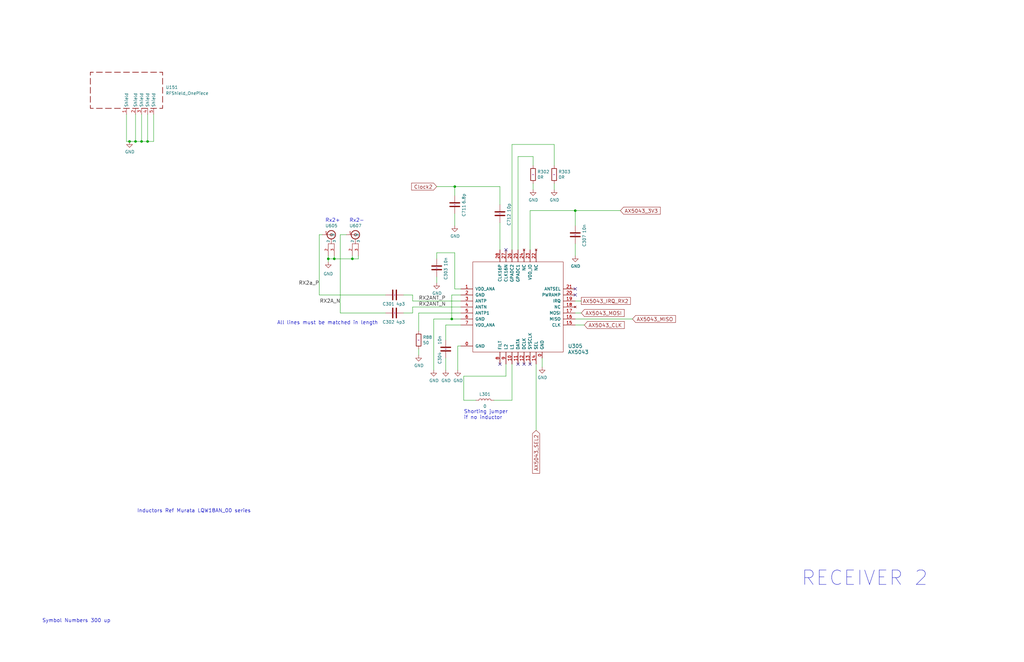
<source format=kicad_sch>
(kicad_sch (version 20230121) (generator eeschema)
  (paper "USLedger")
  (title_block (title "Radiation Tolerant PacSat Communication") (date "2023-06-17") (rev "A") (company "AMSAT-NA") (comment 1 "N5BRG"))
  (lib_symbols
    (symbol "Device:C" (pin_numbers hide) (pin_names (offset 0.254))
      (property "Reference" "C" (at 0.635 2.54 0))
      (property "Value" "C" (at 0.635 -2.54 0))
      (symbol "C_0_1"
        (polyline (pts (xy -2.032 -0.762) (xy 2.032 -0.762)) (stroke (width 0.508)))
        (polyline (pts (xy -2.032 0.762) (xy 2.032 0.762)) (stroke (width 0.508)))
      )
      (symbol "C_1_1"
        (pin passive line (at 0 3.81 270) (length 2.794) (name "~") (number "1"))
        (pin passive line (at 0 -3.81 90) (length 2.794) (name "~") (number "2"))
      )
    )
    (symbol "Device:L" (pin_numbers hide) (pin_names (offset 1.016) hide)
      (property "Reference" "L" (at -1.27 0 90))
      (property "Value" "L" (at 1.905 0 90))
      (symbol "L_0_1"
        (arc (start 0 -2.54) (mid 0.6323 -1.905) (end 0 -1.27))
        (arc (start 0 -1.27) (mid 0.6323 -0.635) (end 0 0))
        (arc (start 0 0) (mid 0.6323 0.635) (end 0 1.27))
        (arc (start 0 1.27) (mid 0.6323 1.905) (end 0 2.54))
      )
      (symbol "L_1_1"
        (pin passive line (at 0 3.81 270) (length 1.27) (name "1") (number "1"))
        (pin passive line (at 0 -3.81 90) (length 1.27) (name "2") (number "2"))
      )
    )
    (symbol "Device:R" (pin_numbers hide) (pin_names (offset 0))
      (property "Reference" "R" (at 2.032 0 90))
      (property "Value" "R" (at 0 0 90))
      (symbol "R_0_1"
        (rectangle (start -1.016 -2.54) (end 1.016 2.54) (stroke (width 0.254)))
      )
      (symbol "R_1_1"
        (pin passive line (at 0 3.81 270) (length 1.27) (name "~") (number "1"))
        (pin passive line (at 0 -3.81 90) (length 1.27) (name "~") (number "2"))
      )
    )
    (symbol "PACSAT_DEV_misc:AX5043" (pin_names (offset 1.016))
      (property "Reference" "U156" (at 16.51 -21.59 0))
      (property "Value" "AX5043" (at -5.08 0 0))
      (symbol "AX5043_0_1"
        (rectangle (start -19.05 19.05) (end 19.05 -19.05))
      )
      (symbol "AX5043_1_1"
        (pin passive line (at -24.13 -16.51 0) (length 5.08) (name "GND") (number "0"))
        (pin power_in line (at 10.16 -21.59 90) (length 2.54) (name "GND") (number "0"))
        (pin passive line (at -24.13 7.62 0) (length 5.08) (name "VDD_ANA") (number "1"))
        (pin passive line (at -2.54 -24.13 90) (length 5.08) (name "L1") (number "10"))
        (pin input line (at 0 -24.13 90) (length 5.08) (name "DATA") (number "11"))
        (pin input line (at 2.54 -24.13 90) (length 5.08) (name "DCLK") (number "12"))
        (pin output line (at 5.08 -24.13 90) (length 5.08) (name "SYSCLK") (number "13"))
        (pin input line (at 7.62 -24.13 90) (length 5.08) (name "SEL") (number "14"))
        (pin input line (at 24.13 -7.62 180) (length 5.08) (name "CLK") (number "15"))
        (pin tri_state line (at 24.13 -5.08 180) (length 5.08) (name "MISO") (number "16"))
        (pin input line (at 24.13 -2.54 180) (length 5.08) (name "MOSI") (number "17"))
        (pin no_connect line (at 24.13 0 180) (length 5.08) (name "NC") (number "18"))
        (pin output line (at 24.13 2.54 180) (length 5.08) (name "IRQ") (number "19"))
        (pin input line (at -24.13 5.08 0) (length 5.08) (name "GND") (number "2"))
        (pin output line (at 24.13 5.08 180) (length 5.08) (name "PWRAMP") (number "20"))
        (pin output line (at 24.13 7.62 180) (length 5.08) (name "ANTSEL") (number "21"))
        (pin no_connect line (at 7.62 24.13 270) (length 5.08) (name "NC") (number "22"))
        (pin passive line (at 5.08 24.13 270) (length 5.08) (name "VDD_IO") (number "23"))
        (pin no_connect line (at 2.54 24.13 270) (length 5.08) (name "NC") (number "24"))
        (pin input line (at 0 24.13 270) (length 5.08) (name "GPADC1") (number "25"))
        (pin input line (at -2.54 24.13 270) (length 5.08) (name "GPADC2") (number "26"))
        (pin passive line (at -5.08 24.13 270) (length 5.08) (name "CLK16N") (number "27"))
        (pin passive line (at -7.62 24.13 270) (length 5.08) (name "CLK16P") (number "28"))
        (pin bidirectional line (at -24.13 2.54 0) (length 5.08) (name "ANTP") (number "3"))
        (pin bidirectional line (at -24.13 0 0) (length 5.08) (name "ANTN") (number "4"))
        (pin output line (at -24.13 -2.54 0) (length 5.08) (name "ANTP1") (number "5"))
        (pin input line (at -24.13 -5.08 0) (length 5.08) (name "GND") (number "6"))
        (pin passive line (at -24.13 -7.62 0) (length 5.08) (name "VDD_ANA") (number "7"))
        (pin passive line (at -7.62 -24.13 90) (length 5.08) (name "FILT") (number "8"))
        (pin passive line (at -5.08 -24.13 90) (length 5.08) (name "L2") (number "9"))
      )
    )
    (symbol "PACSAT_DEV_misc:RF_SHIELD_BOX"
      (property "Reference" "U" (at -15.24 8.89 0))
      (symbol "RF_SHIELD_BOX_0_1"
        (polyline (pts (xy -16.51 -5.08) (xy -16.51 -2.54)) (stroke (width 0.254)))
        (polyline (pts (xy -16.51 -1.27) (xy -16.51 1.27)) (stroke (width 0.254)))
        (polyline (pts (xy -16.51 2.54) (xy -16.51 5.08)) (stroke (width 0.254)))
        (polyline (pts (xy -13.97 7.62) (xy -11.43 7.62)) (stroke (width 0.254)))
        (polyline (pts (xy -11.43 -7.62) (xy -13.97 -7.62)) (stroke (width 0.254)))
        (polyline (pts (xy -7.62 -7.62) (xy -10.16 -7.62)) (stroke (width 0.254)))
        (polyline (pts (xy -7.62 7.62) (xy -10.16 7.62)) (stroke (width 0.254)))
        (polyline (pts (xy -3.81 -7.62) (xy -6.35 -7.62)) (stroke (width 0.254)))
        (polyline (pts (xy -3.81 7.62) (xy -6.35 7.62)) (stroke (width 0.254)))
        (polyline (pts (xy -2.54 -7.62) (xy 0 -7.62)) (stroke (width 0.254)))
        (polyline (pts (xy 0 7.62) (xy -2.54 7.62)) (stroke (width 0.254)))
        (polyline (pts (xy 1.27 -7.62) (xy 3.81 -7.62)) (stroke (width 0.254)))
        (polyline (pts (xy 3.81 7.62) (xy 1.27 7.62)) (stroke (width 0.254)))
        (polyline (pts (xy 5.08 -7.62) (xy 7.62 -7.62)) (stroke (width 0.254)))
        (polyline (pts (xy 7.62 7.62) (xy 5.08 7.62)) (stroke (width 0.254)))
        (polyline (pts (xy 8.89 -7.62) (xy 11.43 -7.62)) (stroke (width 0.254)))
        (polyline (pts (xy 11.43 7.62) (xy 8.89 7.62)) (stroke (width 0.254)))
        (polyline (pts (xy 13.97 -5.08) (xy 13.97 -2.54)) (stroke (width 0.254)))
        (polyline (pts (xy 13.97 -1.27) (xy 13.97 1.27)) (stroke (width 0.254)))
        (polyline (pts (xy 13.97 2.54) (xy 13.97 5.08)) (stroke (width 0.254)))
        (polyline (pts (xy -16.51 6.35) (xy -16.51 7.62) (xy -15.24 7.62)) (stroke (width 0.254)))
        (polyline (pts (xy -15.24 -7.62) (xy -16.51 -7.62) (xy -16.51 -6.35)) (stroke (width 0.254)))
        (polyline (pts (xy 12.7 -7.62) (xy 13.97 -7.62) (xy 13.97 -6.35)) (stroke (width 0.254)))
        (polyline (pts (xy 13.97 6.35) (xy 13.97 7.62) (xy 12.7 7.62)) (stroke (width 0.254)))
      )
      (symbol "RF_SHIELD_BOX_1_1"
        (pin power_in line (at -1.27 -10.16 90) (length 2.54) (name "Shield") (number "1"))
        (pin power_in line (at 2.54 -10.16 90) (length 2.54) (name "Shield") (number "2"))
        (pin power_in line (at 5.08 -10.16 90) (length 2.54) (name "Shield") (number "3"))
        (pin power_in line (at 7.62 -10.16 90) (length 2.54) (name "Shield") (number "4"))
        (pin power_in line (at 10.16 -10.16 90) (length 2.54) (name "Shield") (number "5"))
      )
    )
    (symbol "PACSAT_DEV_misc:U_FL"
      (property "Reference" "U" (at -3.81 2.54 0))
      (symbol "U_FL_0_1"
        (polyline (pts (xy -1.27 -3.81) (xy 1.27 -3.81)))
        (polyline (pts (xy 0 -3.81) (xy 0 -1.778)))
        (circle (center 0 0) (radius 0.508) (stroke (width 0.2032)))
        (circle (center 0 0) (radius 1.778) (stroke (width 0.3048)))
      )
      (symbol "U_FL_1_1"
        (pin bidirectional line (at -3.81 0 0) (length 3.302) (name "In") (number "1"))
        (pin power_in line (at -1.27 -8.89 90) (length 5.08) (name "2") (number "2"))
        (pin power_in line (at 1.27 -8.89 90) (length 5.08) (name "3") (number "3"))
      )
    )
    (symbol "power:GND" (power) (pin_names (offset 0))
      (property "Value" "GND" (at 0 -3.81 0))
      (symbol "GND_0_1"
        (polyline (pts (xy 0 0) (xy 0 -1.27) (xy 1.27 -1.27) (xy 0 -2.54) (xy -1.27 -1.27) (xy 0 -1.27)))
      )
      (symbol "GND_1_1"
        (pin power_in line (at 0 0 270) (length 0) hide (name "GND") (number "1"))
      )
    )
  )
  (junction (at 140.97 109.22))
  (junction (at 57.15 59.69))
  (junction (at 190.5 134.62))
  (junction (at 148.59 109.22))
  (junction (at 138.43 109.22))
  (junction (at 59.69 59.69))
  (junction (at 62.23 59.69))
  (junction (at 191.77 78.74))
  (junction (at 54.61 59.69))
  (junction (at 242.57 88.9))
  (no_connect (at 220.98 153.67))
  (no_connect (at 210.82 153.67))
  (no_connect (at 213.36 105.41))
  (no_connect (at 242.57 121.92))
  (no_connect (at 223.52 153.67))
  (no_connect (at 218.44 153.67))
  (no_connect (at 242.57 124.46))
  (wire (pts (xy 218.44 66.04) (xy 224.79 66.04)))
  (wire (pts (xy 191.77 106.68) (xy 184.15 106.68)))
  (wire (pts (xy 190.5 134.62) (xy 194.31 134.62)))
  (wire (pts (xy 143.51 132.08) (xy 162.56 132.08)))
  (wire (pts (xy 242.57 88.9) (xy 261.62 88.9)))
  (wire (pts (xy 176.53 132.08) (xy 194.31 132.08)))
  (wire (pts (xy 233.68 60.96) (xy 233.68 69.85)))
  (wire (pts (xy 53.34 48.26) (xy 53.34 59.69)))
  (wire (pts (xy 191.77 78.74) (xy 191.77 82.55)))
  (wire (pts (xy 208.28 168.91) (xy 215.9 168.91)))
  (wire (pts (xy 138.43 109.22) (xy 140.97 109.22)))
  (wire (pts (xy 140.97 109.22) (xy 148.59 109.22)))
  (wire (pts (xy 191.77 121.92) (xy 191.77 106.68)))
  (wire (pts (xy 210.82 78.74) (xy 191.77 78.74)))
  (wire (pts (xy 140.97 107.95) (xy 140.97 109.22)))
  (wire (pts (xy 59.69 59.69) (xy 62.23 59.69)))
  (wire (pts (xy 213.36 158.75) (xy 195.58 158.75)))
  (wire (pts (xy 184.15 106.68) (xy 184.15 109.22)))
  (wire (pts (xy 242.57 95.25) (xy 242.57 88.9)))
  (wire (pts (xy 184.15 116.84) (xy 184.15 119.38)))
  (wire (pts (xy 173.99 132.08) (xy 173.99 129.54)))
  (wire (pts (xy 143.51 99.06) (xy 143.51 132.08)))
  (wire (pts (xy 57.15 59.69) (xy 59.69 59.69)))
  (wire (pts (xy 57.15 48.26) (xy 57.15 59.69)))
  (wire (pts (xy 218.44 66.04) (xy 218.44 105.41)))
  (wire (pts (xy 138.43 109.22) (xy 138.43 110.49)))
  (wire (pts (xy 182.88 134.62) (xy 190.5 134.62)))
  (wire (pts (xy 215.9 153.67) (xy 215.9 168.91)))
  (wire (pts (xy 62.23 59.69) (xy 64.77 59.69)))
  (wire (pts (xy 193.04 146.05) (xy 193.04 156.21)))
  (wire (pts (xy 195.58 158.75) (xy 195.58 168.91)))
  (wire (pts (xy 194.31 124.46) (xy 190.5 124.46)))
  (wire (pts (xy 223.52 88.9) (xy 242.57 88.9)))
  (wire (pts (xy 233.68 77.47) (xy 233.68 80.01)))
  (wire (pts (xy 242.57 127) (xy 245.11 127)))
  (wire (pts (xy 135.89 99.06) (xy 134.62 99.06)))
  (wire (pts (xy 242.57 132.08) (xy 245.11 132.08)))
  (wire (pts (xy 226.06 153.67) (xy 226.06 181.61)))
  (wire (pts (xy 224.79 77.47) (xy 224.79 80.01)))
  (wire (pts (xy 173.99 127) (xy 194.31 127)))
  (wire (pts (xy 210.82 78.74) (xy 210.82 86.36)))
  (wire (pts (xy 134.62 99.06) (xy 134.62 124.46)))
  (wire (pts (xy 242.57 102.87) (xy 242.57 107.95)))
  (wire (pts (xy 54.61 59.69) (xy 57.15 59.69)))
  (wire (pts (xy 187.96 137.16) (xy 187.96 143.51)))
  (wire (pts (xy 148.59 107.95) (xy 148.59 109.22)))
  (wire (pts (xy 194.31 146.05) (xy 193.04 146.05)))
  (wire (pts (xy 215.9 60.96) (xy 233.68 60.96)))
  (wire (pts (xy 223.52 105.41) (xy 223.52 88.9)))
  (wire (pts (xy 62.23 48.26) (xy 62.23 59.69)))
  (wire (pts (xy 194.31 121.92) (xy 191.77 121.92)))
  (wire (pts (xy 138.43 107.95) (xy 138.43 109.22)))
  (wire (pts (xy 170.18 132.08) (xy 173.99 132.08)))
  (wire (pts (xy 170.18 124.46) (xy 173.99 124.46)))
  (wire (pts (xy 146.05 99.06) (xy 143.51 99.06)))
  (wire (pts (xy 182.88 156.21) (xy 182.88 134.62)))
  (wire (pts (xy 195.58 168.91) (xy 200.66 168.91)))
  (wire (pts (xy 173.99 124.46) (xy 173.99 127)))
  (wire (pts (xy 148.59 109.22) (xy 151.13 109.22)))
  (wire (pts (xy 134.62 124.46) (xy 162.56 124.46)))
  (wire (pts (xy 242.57 137.16) (xy 246.38 137.16)))
  (wire (pts (xy 242.57 134.62) (xy 266.7 134.62)))
  (wire (pts (xy 151.13 107.95) (xy 151.13 109.22)))
  (wire (pts (xy 228.6 151.13) (xy 228.6 154.94)))
  (wire (pts (xy 59.69 48.26) (xy 59.69 59.69)))
  (wire (pts (xy 215.9 60.96) (xy 215.9 105.41)))
  (wire (pts (xy 210.82 93.98) (xy 210.82 105.41)))
  (wire (pts (xy 176.53 132.08) (xy 176.53 139.7)))
  (wire (pts (xy 64.77 48.26) (xy 64.77 59.69)))
  (wire (pts (xy 173.99 129.54) (xy 194.31 129.54)))
  (wire (pts (xy 194.31 137.16) (xy 187.96 137.16)))
  (wire (pts (xy 53.34 59.69) (xy 54.61 59.69)))
  (wire (pts (xy 187.96 151.13) (xy 187.96 156.21)))
  (wire (pts (xy 190.5 124.46) (xy 190.5 134.62)))
  (wire (pts (xy 191.77 90.17) (xy 191.77 95.25)))
  (wire (pts (xy 184.15 78.74) (xy 191.77 78.74)))
  (wire (pts (xy 213.36 153.67) (xy 213.36 158.75)))
  (wire (pts (xy 224.79 66.04) (xy 224.79 69.85)))
  (wire (pts (xy 176.53 147.32) (xy 176.53 149.86)))
  (text "Inductors Ref Murata LQW18AN_00 series" (at 57.785 216.535 0) (effects (font (size 1.524 1.524)) (justify left bottom)))
  (text "Rx2-" (at 147.32 93.98 0) (effects (font (size 1.524 1.524)) (justify left bottom)))
  (text "All lines must be matched in length" (at 116.84 137.16 0) (effects (font (size 1.524 1.524)) (justify left bottom)))
  (text "Rx2+" (at 137.16 93.98 0) (effects (font (size 1.524 1.524)) (justify left bottom)))
  (text "Symbol Numbers 300 up" (at 17.78 262.89 0) (effects (font (size 1.524 1.524)) (justify left bottom)))
  (text "Shorting jumper\nif no inductor" (at 195.58 177.165 0) (effects (font (size 1.524 1.524)) (justify left bottom)))
  (text "RECEIVER 2" (at 337.82 247.65 0) (effects (font (size 6.096 6.096)) (justify left bottom)))
  (label "RX2ANT_P" (at 176.53 127 0) (effects (font (size 1.524 1.524))))
  (label "RX2A_N" (at 143.51 128.27 180) (effects (font (size 1.524 1.524))))
  (label "RX2a_P" (at 134.62 120.65 180) (effects (font (size 1.524 1.524))))
  (label "RX2ANT_N" (at 176.53 129.54 0) (effects (font (size 1.524 1.524))))
  (global_label "AX5043_MISO" (shape input) (at 266.7 134.62 0) (effects (font (size 1.524 1.524))) (property "Intersheetrefs" "${INTERSHEET_REFS}" (effects hide)))
  (global_label "Clock2" (shape input) (at 184.15 78.74 180) (effects (font (size 1.524 1.524))) (property "Intersheetrefs" "${INTERSHEET_REFS}" (effects hide)))
  (global_label "AX5043_SEL2" (shape input) (at 226.06 181.61 270) (effects (font (size 1.524 1.524))) (property "Intersheetrefs" "${INTERSHEET_REFS}" (effects hide)))
  (global_label "AX5043_3V3" (shape input) (at 261.62 88.9 0) (effects (font (size 1.524 1.524))) (property "Intersheetrefs" "${INTERSHEET_REFS}" (effects hide)))
  (global_label "AX5043_IRQ_RX2" (shape passive) (at 245.11 127 0) (effects (font (size 1.524 1.524))) (property "Intersheetrefs" "${INTERSHEET_REFS}" (effects hide)))
  (global_label "AX5043_CLK" (shape input) (at 246.38 137.16 0) (effects (font (size 1.524 1.524))) (property "Intersheetrefs" "${INTERSHEET_REFS}" (effects hide)))
  (global_label "AX5043_MOSI" (shape input) (at 245.11 132.08 0) (effects (font (size 1.524 1.524))) (property "Intersheetrefs" "${INTERSHEET_REFS}" (effects hide)))
  (symbol (lib_id "Device:C") (at 210.82 90.17 0) (unit 1)
    (property "Reference" "C712" (at 214.63 92.71 90))
    (property "Value" "10p" (at 214.63 87.63 90))
    (property "Footprint" "Capacitor_SMD:C_0603_1608Metric_Pad1.08x0.95mm_HandSolder" (effects hide))
    (property "Datasheet" "~" (at 210.82 90.17 0))
    (instances (project "PacSat_Dev_RevC_231018" (path "" (reference "C712") (unit 1)) (path "" (reference "C306") (unit 1))))
  )
  (symbol (lib_id "power:GND") (at 228.6 154.94 0) (unit 1)
    (property "Reference" "#PWR0191" (effects hide))
    (property "Value" "GND" (at 228.727 159.3342 0))
    (instances (project "PacSat_Dev_RevC_231018" (path "" (reference "#PWR0191") (unit 1)) (path "" (reference "#PWR0310") (unit 1))))
  )
  (symbol (lib_id "Device:R") (at 233.68 73.66 0) (unit 1)
    (property "Reference" "R303" (at 235.458 72.4916 0) (effects (justify left)))
    (property "Value" "0R" (at 235.458 74.803 0) (effects (justify left)))
    (property "Footprint" "Resistor_SMD:R_0603_1608Metric_Pad0.98x0.95mm_HandSolder" (effects hide))
    (property "Datasheet" "~" (at 233.68 73.66 0))
  )
  (symbol (lib_id "power:GND") (at 182.88 156.21 0) (unit 1)
    (property "Reference" "#PWR0304" (effects hide))
    (property "Value" "GND" (at 183.007 160.6042 0))
  )
  (symbol (lib_id "PACSAT_DEV_misc:RF_SHIELD_BOX") (at 54.61 38.1 0) (unit 1)
    (property "Reference" "U151" (at 69.85 36.83 0) (effects (justify left)))
    (property "Value" "RFShield_OnePiece" (at 69.85 39.37 0) (effects (justify left)))
    (property "Footprint" "PacSatDev_misc:RF_SHIELD_BMI_S_201_F_U301" (effects hide))
    (instances (project "PacSat_Dev_RevC_231018" (path "" (reference "U151") (unit 1)) (path "" (reference "U301") (unit 1))))
  )
  (symbol (lib_id "power:GND") (at 54.61 59.69 0) (unit 1)
    (property "Reference" "#PWR0161" (effects hide))
    (property "Value" "GND" (at 54.737 64.0842 0))
    (instances (project "PacSat_Dev_RevC_231018" (path "" (reference "#PWR0161") (unit 1)) (path "" (reference "#PWR0618") (unit 1))))
  )
  (symbol (lib_id "Device:C") (at 191.77 86.36 0) (unit 1)
    (property "Reference" "C711" (at 195.58 88.9 90))
    (property "Value" "6.8p" (at 195.58 83.82 90))
    (property "Footprint" "Capacitor_SMD:C_0603_1608Metric_Pad1.08x0.95mm_HandSolder" (effects hide))
    (property "Datasheet" "~" (at 191.77 86.36 0))
    (instances (project "PacSat_Dev_RevC_231018" (path "" (reference "C711") (unit 1)) (path "" (reference "C305") (unit 1))))
  )
  (symbol (lib_id "Device:C") (at 184.15 113.03 0) (unit 1)
    (property "Reference" "C303" (at 187.96 115.57 90))
    (property "Value" "10n" (at 187.96 110.49 90))
    (property "Footprint" "Capacitor_SMD:C_0603_1608Metric_Pad1.08x0.95mm_HandSolder" (effects hide))
    (property "Datasheet" "~" (at 184.15 113.03 0))
  )
  (symbol (lib_id "Device:C") (at 187.96 147.32 0) (unit 1)
    (property "Reference" "C304" (at 185.42 151.13 90))
    (property "Value" "10n" (at 185.42 143.51 90))
    (property "Footprint" "Capacitor_SMD:C_0603_1608Metric_Pad1.08x0.95mm_HandSolder" (effects hide))
    (property "Datasheet" "~" (at 187.96 147.32 0))
  )
  (symbol (lib_id "Device:C") (at 242.57 99.06 0) (unit 1)
    (property "Reference" "C307" (at 246.38 101.6 90))
    (property "Value" "10n" (at 246.38 96.52 90))
    (property "Footprint" "Capacitor_SMD:C_0603_1608Metric_Pad1.08x0.95mm_HandSolder" (effects hide))
    (property "Datasheet" "~" (at 242.57 99.06 0))
  )
  (symbol (lib_id "PACSAT_DEV_misc:U_FL") (at 149.86 99.06 0) (unit 1)
    (property "Reference" "U607" (at 147.32 95.25 0) (effects (justify left)))
    (property "Value" "~" (at 149.86 99.06 0))
    (property "Footprint" "PacSatDev_misc:U_FL" (effects hide))
    (instances (project "PacSat_Dev_RevC_231018" (path "" (reference "U607") (unit 1)) (path "" (reference "P302") (unit 1))))
  )
  (symbol (lib_id "power:GND") (at 224.79 80.01 0) (unit 1)
    (property "Reference" "#PWR0309" (effects hide))
    (property "Value" "GND" (at 224.917 84.4042 0))
  )
  (symbol (lib_id "power:GND") (at 193.04 156.21 0) (unit 1)
    (property "Reference" "#PWR0308" (effects hide))
    (property "Value" "GND" (at 193.167 160.6042 0))
  )
  (symbol (lib_id "power:GND") (at 191.77 95.25 0) (unit 1)
    (property "Reference" "#PWR0735" (effects hide))
    (property "Value" "GND" (at 191.897 99.6442 0))
    (instances (project "PacSat_Dev_RevC_231018" (path "" (reference "#PWR0735") (unit 1)) (path "" (reference "#PWR0307") (unit 1))))
  )
  (symbol (lib_id "power:GND") (at 242.57 107.95 0) (unit 1)
    (property "Reference" "#PWR0312" (effects hide))
    (property "Value" "GND" (at 242.697 112.3442 0))
  )
  (symbol (lib_id "Device:C") (at 166.37 124.46 270) (unit 1)
    (property "Reference" "C301" (at 163.83 128.27 90))
    (property "Value" "4p3" (at 168.91 128.27 90))
    (property "Footprint" "Capacitor_SMD:C_0603_1608Metric_Pad1.08x0.95mm_HandSolder" (effects hide))
    (property "Datasheet" "~" (at 166.37 124.46 0))
  )
  (symbol (lib_id "PACSAT_DEV_misc:AX5043") (at 218.44 129.54 0) (unit 1)
    (property "Reference" "U305" (at 242.57 146.05 0) (effects (font (size 1.524 1.524))))
    (property "Value" "AX5043" (at 243.84 148.59 0) (effects (font (size 1.524 1.524))))
    (property "Footprint" "PacSatDev_onsemi:QFN28" (effects hide))
  )
  (symbol (lib_id "power:GND") (at 233.68 80.01 0) (unit 1)
    (property "Reference" "#PWR0311" (effects hide))
    (property "Value" "GND" (at 233.807 84.4042 0))
  )
  (symbol (lib_id "PACSAT_DEV_misc:U_FL") (at 139.7 99.06 0) (unit 1)
    (property "Reference" "U605" (at 137.16 95.25 0) (effects (justify left)))
    (property "Value" "~" (at 139.7 99.06 0))
    (property "Footprint" "PacSatDev_misc:U_FL" (effects hide))
    (instances (project "PacSat_Dev_RevC_231018" (path "" (reference "U605") (unit 1)) (path "" (reference "P301") (unit 1))))
  )
  (symbol (lib_id "Device:C") (at 166.37 132.08 270) (unit 1)
    (property "Reference" "C302" (at 163.83 135.89 90))
    (property "Value" "4p3" (at 168.91 135.89 90))
    (property "Footprint" "Capacitor_SMD:C_0603_1608Metric_Pad1.08x0.95mm_HandSolder" (effects hide))
    (property "Datasheet" "~" (at 166.37 132.08 0))
  )
  (symbol (lib_id "power:GND") (at 176.53 149.86 0) (unit 1)
    (property "Reference" "#PWR0191" (effects hide))
    (property "Value" "GND" (at 176.657 154.2542 0))
    (instances (project "PacSat_Dev_RevC_231018" (path "" (reference "#PWR0191") (unit 1)) (path "" (reference "#PWR0303") (unit 1))))
  )
  (symbol (lib_id "power:GND") (at 184.15 119.38 0) (unit 1)
    (property "Reference" "#PWR0305" (effects hide))
    (property "Value" "GND" (at 184.277 123.7742 0))
  )
  (symbol (lib_id "power:GND") (at 138.43 110.49 0) (unit 1)
    (property "Reference" "#PWR0614" (effects hide))
    (property "Value" "GND" (at 138.43 115.57 0))
    (instances (project "PacSat_Dev_RevC_231018" (path "" (reference "#PWR0614") (unit 1)) (path "" (reference "#PWR0302") (unit 1))))
  )
  (symbol (lib_id "Device:R") (at 176.53 143.51 0) (unit 1)
    (property "Reference" "R88" (at 178.308 142.3416 0) (effects (justify left)))
    (property "Value" "50" (at 178.308 144.653 0) (effects (justify left)))
    (property "Footprint" "Resistor_SMD:R_0603_1608Metric_Pad0.98x0.95mm_HandSolder" (effects hide))
    (property "Datasheet" "~" (at 176.53 143.51 0))
    (instances (project "PacSat_Dev_RevC_231018" (path "" (reference "R88") (unit 1)) (path "" (reference "R301") (unit 1))))
  )
  (symbol (lib_id "Device:R") (at 224.79 73.66 0) (unit 1)
    (property "Reference" "R302" (at 226.568 72.4916 0) (effects (justify left)))
    (property "Value" "0R" (at 226.568 74.803 0) (effects (justify left)))
    (property "Footprint" "Resistor_SMD:R_0603_1608Metric_Pad0.98x0.95mm_HandSolder" (effects hide))
    (property "Datasheet" "~" (at 224.79 73.66 0))
  )
  (symbol (lib_id "power:GND") (at 187.96 156.21 0) (unit 1)
    (property "Reference" "#PWR0306" (effects hide))
    (property "Value" "GND" (at 188.087 160.6042 0))
  )
  (symbol (lib_id "Device:L") (at 204.47 168.91 90) (unit 1)
    (property "Reference" "L301" (at 204.47 166.37 90))
    (property "Value" "0" (at 204.47 171.45 90))
    (property "Footprint" "PacSatDev_misc:L_Murata_LQH2MCNxxxx02_2.0x1.6mm" (effects hide))
  )
)
</source>
